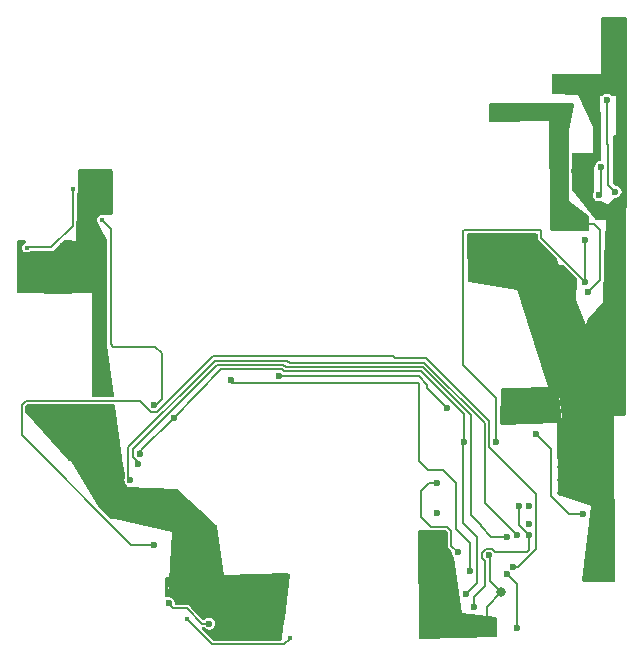
<source format=gbl>
%TF.GenerationSoftware,KiCad,Pcbnew,8.0.4*%
%TF.CreationDate,2024-09-13T22:34:42+02:00*%
%TF.ProjectId,WiiRegStripLite,57696952-6567-4537-9472-69704c697465,rev?*%
%TF.SameCoordinates,Original*%
%TF.FileFunction,Copper,L2,Bot*%
%TF.FilePolarity,Positive*%
%FSLAX46Y46*%
G04 Gerber Fmt 4.6, Leading zero omitted, Abs format (unit mm)*
G04 Created by KiCad (PCBNEW 8.0.4) date 2024-09-13 22:34:42*
%MOMM*%
%LPD*%
G01*
G04 APERTURE LIST*
%TA.AperFunction,ComponentPad*%
%ADD10C,0.500000*%
%TD*%
%TA.AperFunction,ViaPad*%
%ADD11C,0.600000*%
%TD*%
%TA.AperFunction,ViaPad*%
%ADD12C,0.500000*%
%TD*%
%TA.AperFunction,ViaPad*%
%ADD13C,0.400000*%
%TD*%
%TA.AperFunction,ViaPad*%
%ADD14C,0.800000*%
%TD*%
%TA.AperFunction,Conductor*%
%ADD15C,0.200000*%
%TD*%
%TA.AperFunction,Conductor*%
%ADD16C,0.150000*%
%TD*%
G04 APERTURE END LIST*
D10*
%TO.P,U5,25,PGND*%
%TO.N,GND*%
X183150000Y-143240000D03*
X183150000Y-144340000D03*
X183150000Y-145440000D03*
X184250000Y-143240000D03*
X184250000Y-144340000D03*
X184250000Y-145440000D03*
X185350000Y-143240000D03*
X185350000Y-144340000D03*
X185350000Y-145440000D03*
%TD*%
D11*
%TO.N,GND*%
X144810000Y-136840000D03*
D12*
X145650000Y-147210000D03*
D11*
X187060000Y-129460000D03*
X184800000Y-110900000D03*
X184800000Y-110300000D03*
X187600000Y-105500000D03*
X144850000Y-135930000D03*
X172160000Y-149690000D03*
D13*
X156970000Y-157690000D03*
D11*
X175800000Y-126960000D03*
D13*
X158590000Y-153290000D03*
D11*
X142130000Y-138870000D03*
X142500000Y-142230000D03*
D13*
X137990000Y-127620000D03*
D11*
X187600000Y-106200000D03*
X142920000Y-138880000D03*
X188500000Y-115400000D03*
X175510000Y-125340000D03*
X171520000Y-153250000D03*
X143850000Y-135910000D03*
X183810000Y-127960000D03*
X185040000Y-118120000D03*
X178670000Y-137170000D03*
D13*
X144510000Y-118350000D03*
X158590000Y-152870000D03*
X158800000Y-157680000D03*
D11*
X183830000Y-128600000D03*
X185500000Y-110300000D03*
X145150000Y-138860000D03*
D13*
X138000000Y-128190000D03*
D11*
X188000000Y-125900000D03*
X176900000Y-123870000D03*
X159301473Y-135520000D03*
X180270000Y-137230000D03*
X151860863Y-154672594D03*
X176670000Y-127000000D03*
X144940000Y-145900000D03*
D13*
X143530000Y-118360000D03*
X158330000Y-157700000D03*
X145030000Y-118890000D03*
D11*
X143820000Y-139020000D03*
X179440000Y-137250000D03*
X177090000Y-150690000D03*
X187100000Y-125100000D03*
D13*
X157890000Y-157690000D03*
D11*
X173230000Y-149700000D03*
D12*
X144960000Y-147170000D03*
D13*
X158560000Y-152450000D03*
D11*
X185500000Y-110900000D03*
X181130000Y-137230000D03*
D13*
X144060000Y-118930000D03*
D11*
X141790000Y-141590000D03*
X175760000Y-123850000D03*
D13*
X141520000Y-125330000D03*
D11*
X152600000Y-154730000D03*
X141400000Y-138920000D03*
X143900000Y-136840000D03*
X151011724Y-154550000D03*
X172380000Y-153250000D03*
X187100000Y-125800000D03*
X186900000Y-106200000D03*
X186730000Y-150170000D03*
X181800000Y-138040000D03*
X187400000Y-150170000D03*
D13*
X141480000Y-124420000D03*
D11*
X187100000Y-130700000D03*
X173551421Y-138188579D03*
X188100000Y-116000000D03*
D13*
X144070000Y-119430000D03*
D11*
X172930000Y-155990000D03*
X184350000Y-118110000D03*
D13*
X138560000Y-128190000D03*
X144520000Y-118910000D03*
D11*
X144600000Y-138320000D03*
X172930000Y-156660000D03*
X140670000Y-138960000D03*
X187080000Y-130080000D03*
X143860000Y-138330000D03*
X143210000Y-141580000D03*
D13*
X145010000Y-118350000D03*
D11*
X186040000Y-150220000D03*
D13*
X143540000Y-118940000D03*
X138600000Y-127630000D03*
D11*
X186900000Y-105500000D03*
X139920000Y-138950000D03*
D14*
X178120000Y-153830000D03*
D11*
X138130000Y-138180000D03*
X143180000Y-142260000D03*
D13*
X144520000Y-119400000D03*
D11*
X144490000Y-138990000D03*
D13*
X145010000Y-119400000D03*
D11*
X139160000Y-138950000D03*
D13*
X158590000Y-153740000D03*
X137420000Y-127630000D03*
X141490000Y-124890000D03*
D11*
X184800000Y-111500000D03*
X176920000Y-156810000D03*
D13*
X157430000Y-157690000D03*
D11*
X146490000Y-146960000D03*
D13*
X144030000Y-118350000D03*
X143560000Y-119420000D03*
D11*
X142440000Y-141550000D03*
D13*
X140970000Y-124410000D03*
X137420000Y-128190000D03*
D11*
X183800000Y-127220000D03*
%TO.N,VIN*%
X179615000Y-146480000D03*
X180450000Y-148930000D03*
X172680000Y-147140000D03*
X175830000Y-155080000D03*
%TO.N,1V35*%
X181530000Y-113430000D03*
X184800000Y-121780000D03*
X185491282Y-128388874D03*
X178240000Y-112720000D03*
X184850000Y-122600000D03*
X177470000Y-112740000D03*
X184210000Y-121320000D03*
X182150000Y-112770000D03*
X178980000Y-112700000D03*
%TO.N,3V*%
X187800000Y-119900000D03*
X187100000Y-112100000D03*
D13*
%TO.N,1V*%
X141865000Y-119648946D03*
X137990000Y-124640000D03*
%TO.N,1V08*%
X151500000Y-156080000D03*
X160250000Y-157680000D03*
D11*
%TO.N,Net-(D1-K)*%
X172730000Y-144560000D03*
X174460000Y-150440000D03*
%TO.N,Net-(U5-TS)*%
X185100000Y-147180000D03*
X181110000Y-140390000D03*
%TO.N,SDA*%
X180500000Y-148040000D03*
%TO.N,SCL*%
X180500000Y-146470000D03*
%TO.N,EN*%
X185240000Y-127520000D03*
X174965000Y-141110000D03*
X186400000Y-120200000D03*
X149977333Y-154735861D03*
X177720000Y-141110000D03*
X153430000Y-156470000D03*
X185220000Y-123960000D03*
X148740000Y-137960000D03*
X186600000Y-117800000D03*
X175160000Y-154000000D03*
X150450000Y-139020000D03*
X147530000Y-142090000D03*
D13*
X144330000Y-122300000D03*
D11*
%TO.N,RX*%
X178640000Y-149130000D03*
X147420000Y-142950000D03*
%TO.N,TX*%
X146730000Y-144300000D03*
X179470000Y-148950000D03*
%TO.N,PA1*%
X175510000Y-152052796D03*
X155260000Y-135840000D03*
%TO.N,BTN*%
X148730000Y-149820000D03*
X179170000Y-151650000D03*
%TO.N,PA4*%
X179470000Y-156810000D03*
X178640000Y-152260000D03*
%TD*%
D15*
%TO.N,GND*%
X173551421Y-138188579D02*
X171890000Y-136527158D01*
X185490000Y-150770000D02*
X186040000Y-150220000D01*
X177170000Y-152880000D02*
X177170000Y-150770000D01*
X178120000Y-153830000D02*
X176925000Y-155025000D01*
X171165685Y-135520000D02*
X159301473Y-135520000D01*
X177170000Y-150770000D02*
X177090000Y-150690000D01*
X171890000Y-136527158D02*
X171890000Y-136244315D01*
X176920000Y-156810000D02*
X176925000Y-156785000D01*
X176925000Y-155025000D02*
X176920000Y-156810000D01*
X178120000Y-153830000D02*
X177170000Y-152880000D01*
X171890000Y-136244315D02*
X171165685Y-135520000D01*
D16*
%TO.N,VIN*%
X176515000Y-150928173D02*
X176515000Y-150451827D01*
X177608173Y-150395000D02*
X180305000Y-150395000D01*
X180305000Y-150395000D02*
X180450000Y-150250000D01*
X176795000Y-151208173D02*
X176515000Y-150928173D01*
X176795000Y-153250405D02*
X176795000Y-151208173D01*
X175830000Y-154215405D02*
X176795000Y-153250405D01*
X175830000Y-155080000D02*
X175830000Y-154215405D01*
D15*
X179615000Y-146480000D02*
X179615000Y-148095000D01*
D16*
X180450000Y-150250000D02*
X180450000Y-148930000D01*
X176515000Y-150451827D02*
X176851827Y-150115000D01*
X176851827Y-150115000D02*
X177328173Y-150115000D01*
X177328173Y-150115000D02*
X177608173Y-150395000D01*
D15*
X179615000Y-148095000D02*
X180450000Y-148930000D01*
%TO.N,1V35*%
X184850000Y-122600000D02*
X185980000Y-122600000D01*
X186490000Y-127390156D02*
X185491282Y-128388874D01*
X186490000Y-123110000D02*
X186490000Y-127390156D01*
X185980000Y-122600000D02*
X186490000Y-123110000D01*
%TO.N,3V*%
X187100000Y-112100000D02*
X187100000Y-115848529D01*
X187200000Y-119300000D02*
X187800000Y-119900000D01*
X187100000Y-115848529D02*
X187200000Y-115948529D01*
X187200000Y-115948529D02*
X187200000Y-119300000D01*
%TO.N,1V*%
X141865000Y-119648946D02*
X141865000Y-122807893D01*
X141865000Y-122807893D02*
X140062893Y-124610000D01*
X140062893Y-124610000D02*
X138080000Y-124610000D01*
X138020000Y-124610000D02*
X138050000Y-124610000D01*
X138080000Y-124610000D02*
X137990000Y-124640000D01*
X137990000Y-124640000D02*
X138020000Y-124610000D01*
%TO.N,1V08*%
X154670000Y-158200000D02*
X159790000Y-158200000D01*
X153620000Y-158200000D02*
X154670000Y-158200000D01*
X151500000Y-156080000D02*
X153620000Y-158200000D01*
X159790000Y-158200000D02*
X160250000Y-157740000D01*
X160250000Y-157740000D02*
X160250000Y-157680000D01*
X160250000Y-157680000D02*
X160310000Y-157680000D01*
X160310000Y-157680000D02*
X160310000Y-157680000D01*
%TO.N,Net-(D1-K)*%
X173920000Y-149900000D02*
X173920000Y-148590000D01*
X174460000Y-150440000D02*
X173920000Y-149900000D01*
X172040000Y-144570000D02*
X172690000Y-144570000D01*
X171380000Y-145230000D02*
X172040000Y-144570000D01*
X173920000Y-148590000D02*
X173590000Y-148260000D01*
X172730000Y-144560000D02*
X172710000Y-144570000D01*
X173590000Y-148260000D02*
X172210000Y-148260000D01*
X172690000Y-144570000D02*
X172730000Y-144560000D01*
X172710000Y-144570000D02*
X172700000Y-144570000D01*
X171380000Y-147430000D02*
X171380000Y-145230000D01*
X172210000Y-148260000D02*
X171380000Y-147430000D01*
%TO.N,Net-(U5-TS)*%
X182370000Y-145640000D02*
X182370000Y-141650000D01*
X182370000Y-141650000D02*
X181110000Y-140390000D01*
X185100000Y-147180000D02*
X183910000Y-147180000D01*
X183910000Y-147180000D02*
X182370000Y-145640000D01*
%TO.N,EN*%
X147530000Y-142090000D02*
X147530000Y-141816470D01*
X147530000Y-141816470D02*
X147613235Y-141733235D01*
X181540000Y-123820000D02*
X181540000Y-123130000D01*
X175010007Y-123130000D02*
X174910000Y-123230007D01*
X154426471Y-134920000D02*
X150450000Y-139020000D01*
X171331371Y-135120000D02*
X159750000Y-135120000D01*
X174910000Y-134570000D02*
X177720000Y-137380000D01*
X185220000Y-123960000D02*
X185220000Y-127500000D01*
X186600000Y-117800000D02*
X186600000Y-120000000D01*
X148740000Y-138090000D02*
X148730000Y-138100000D01*
X174890000Y-147730000D02*
X174890000Y-147930000D01*
X145060000Y-123030000D02*
X145060000Y-132790000D01*
X186600000Y-120000000D02*
X186400000Y-120200000D01*
X145290000Y-133020000D02*
X148850000Y-133020000D01*
X176110000Y-153050000D02*
X175160000Y-154000000D01*
X150040000Y-154798528D02*
X150040000Y-154798529D01*
X174965000Y-138753629D02*
X171331371Y-135120000D01*
X174910000Y-123230007D02*
X174910000Y-134570000D01*
X185220000Y-127500000D02*
X185240000Y-127520000D01*
X150450000Y-139020000D02*
X147613235Y-141733235D01*
X148850000Y-133020000D02*
X149390000Y-133560000D01*
X149390000Y-137440000D02*
X148870000Y-137960000D01*
X174890000Y-147930000D02*
X176110000Y-149150000D01*
X174900000Y-141110000D02*
X174900000Y-147720000D01*
X177720000Y-137380000D02*
X177720000Y-141110000D01*
X148740000Y-137960000D02*
X148740000Y-138090000D01*
X149977333Y-154735861D02*
X150040000Y-154798528D01*
X151497430Y-155150000D02*
X152817430Y-156470000D01*
X150391471Y-155150000D02*
X151497430Y-155150000D01*
X144330000Y-122300000D02*
X145060000Y-123030000D01*
X148870000Y-137960000D02*
X148740000Y-137960000D01*
X174965000Y-141110000D02*
X174965000Y-138753629D01*
X159750000Y-135120000D02*
X159550000Y-134920000D01*
X145060000Y-132790000D02*
X145290000Y-133020000D01*
X174900000Y-147720000D02*
X174890000Y-147730000D01*
X149390000Y-133560000D02*
X149390000Y-137440000D01*
X159550000Y-134920000D02*
X154426471Y-134920000D01*
X174965000Y-141110000D02*
X174950000Y-141110000D01*
X174965000Y-141110000D02*
X174900000Y-141110000D01*
X181540000Y-123130000D02*
X175010007Y-123130000D01*
X185240000Y-127520000D02*
X181540000Y-123820000D01*
X176110000Y-149150000D02*
X176110000Y-153050000D01*
X152817430Y-156470000D02*
X153430000Y-156470000D01*
X150040000Y-154798529D02*
X150391471Y-155150000D01*
%TO.N,RX*%
X147440000Y-142848529D02*
X146930000Y-142338529D01*
D16*
X171486701Y-134745000D02*
X159905330Y-134745000D01*
X175540000Y-147230000D02*
X175540000Y-138798299D01*
D15*
X146930000Y-142338529D02*
X146930000Y-141700000D01*
D16*
X159705330Y-134545000D02*
X154085000Y-134545000D01*
X154085000Y-134545000D02*
X149170000Y-139460000D01*
D15*
X146930000Y-141700000D02*
X149170000Y-139460000D01*
D16*
X177290000Y-149130000D02*
X176390000Y-148230000D01*
D15*
X149170000Y-139460000D02*
X149305000Y-139325000D01*
D16*
X176390000Y-148230000D02*
X176390000Y-148080000D01*
X176390000Y-148080000D02*
X175540000Y-147230000D01*
X178640000Y-149130000D02*
X177290000Y-149130000D01*
X175540000Y-138798299D02*
X171486701Y-134745000D01*
X159905330Y-134745000D02*
X159705330Y-134545000D01*
%TO.N,TX*%
X176745000Y-139508324D02*
X171631676Y-134395000D01*
X176745000Y-146225000D02*
X176745000Y-139508324D01*
X146710000Y-144300000D02*
X146555000Y-144145000D01*
X179470000Y-148950000D02*
X176745000Y-146225000D01*
X146730000Y-144300000D02*
X146710000Y-144300000D01*
X146750000Y-144340000D02*
X146730000Y-144320000D01*
X160030000Y-134195000D02*
X153895000Y-134195000D01*
X146555000Y-144145000D02*
X146555000Y-141544670D01*
X146730000Y-144320000D02*
X146730000Y-144300000D01*
X146555000Y-141544670D02*
X153904670Y-134195000D01*
X153904670Y-134195000D02*
X154030000Y-134195000D01*
X160230000Y-134395000D02*
X160030000Y-134195000D01*
X171631676Y-134395000D02*
X160230000Y-134395000D01*
D15*
%TO.N,PA1*%
X155260000Y-135840000D02*
X155260000Y-136010000D01*
X175510000Y-152052796D02*
X175510000Y-149640000D01*
X174320000Y-144563654D02*
X174320000Y-148430000D01*
X174860000Y-148970000D02*
X174840000Y-148970000D01*
X171200000Y-142690000D02*
X171930000Y-143420000D01*
X171200000Y-136120000D02*
X171200000Y-142690000D01*
X155260000Y-136010000D02*
X155370000Y-136120000D01*
X175510000Y-149640000D02*
X174860000Y-148990000D01*
X174320000Y-148430000D02*
X174860000Y-148970000D01*
X155370000Y-136120000D02*
X171200000Y-136120000D01*
X171930000Y-143420000D02*
X173176346Y-143420000D01*
X173176346Y-143420000D02*
X174320000Y-144563654D01*
X174860000Y-148990000D02*
X174860000Y-148970000D01*
X174840000Y-148970000D02*
X174860000Y-148990000D01*
%TO.N,BTN*%
X148491471Y-138560000D02*
X148999670Y-138560000D01*
X171787006Y-134020000D02*
X169180000Y-134020000D01*
X137530000Y-137931471D02*
X137881471Y-137580000D01*
X147541471Y-137610000D02*
X148491471Y-138560000D01*
X137530000Y-140517818D02*
X137530000Y-137931471D01*
X146832182Y-149820000D02*
X137530000Y-140517818D01*
X141900000Y-137610000D02*
X147541471Y-137610000D01*
X181100000Y-145510000D02*
X177120000Y-141530000D01*
X177120000Y-139352994D02*
X171787006Y-134020000D01*
X179170000Y-151650000D02*
X179580330Y-151650000D01*
X153739670Y-133820000D02*
X154690000Y-133820000D01*
X141870000Y-137580000D02*
X141900000Y-137610000D01*
X181100000Y-150130330D02*
X181100000Y-145510000D01*
X169180000Y-134020000D02*
X168980000Y-133820000D01*
X177120000Y-141530000D02*
X177120000Y-139352994D01*
X137881471Y-137580000D02*
X141870000Y-137580000D01*
X148999670Y-138560000D02*
X153739670Y-133820000D01*
X168980000Y-133820000D02*
X153739670Y-133820000D01*
X148730000Y-149820000D02*
X146832182Y-149820000D01*
X179580330Y-151650000D02*
X181100000Y-150130330D01*
%TO.N,PA4*%
X179465000Y-153085000D02*
X179470000Y-156810000D01*
X178640000Y-152260000D02*
X179465000Y-153085000D01*
X179470000Y-156810000D02*
X179465000Y-156785000D01*
%TD*%
%TA.AperFunction,Conductor*%
%TO.N,GND*%
G36*
X160193059Y-152241869D02*
G01*
X160240290Y-152293357D01*
X160252186Y-152362207D01*
X160252037Y-152363446D01*
X159802351Y-155954698D01*
X159690098Y-156851166D01*
X159572426Y-157790907D01*
X159544565Y-157854981D01*
X159486485Y-157893820D01*
X159449387Y-157899500D01*
X153795833Y-157899500D01*
X153728794Y-157879815D01*
X153708152Y-157863181D01*
X152827152Y-156982181D01*
X152793667Y-156920858D01*
X152798651Y-156851166D01*
X152840523Y-156795233D01*
X152905987Y-156770816D01*
X152914833Y-156770500D01*
X152971499Y-156770500D01*
X153038538Y-156790185D01*
X153065211Y-156813296D01*
X153098872Y-156852143D01*
X153219947Y-156929953D01*
X153219950Y-156929954D01*
X153219949Y-156929954D01*
X153358036Y-156970499D01*
X153358038Y-156970500D01*
X153358039Y-156970500D01*
X153501962Y-156970500D01*
X153501962Y-156970499D01*
X153640053Y-156929953D01*
X153761128Y-156852143D01*
X153855377Y-156743373D01*
X153915165Y-156612457D01*
X153935647Y-156470000D01*
X153915165Y-156327543D01*
X153855377Y-156196627D01*
X153761128Y-156087857D01*
X153640053Y-156010047D01*
X153640051Y-156010046D01*
X153640049Y-156010045D01*
X153640050Y-156010045D01*
X153501963Y-155969500D01*
X153501961Y-155969500D01*
X153358039Y-155969500D01*
X153358036Y-155969500D01*
X153219949Y-156010045D01*
X153098872Y-156087857D01*
X153098871Y-156087857D01*
X153075313Y-156115044D01*
X153016533Y-156152817D01*
X152946664Y-156152815D01*
X152893921Y-156121520D01*
X151886611Y-155114210D01*
X155040000Y-155090000D01*
X154657706Y-152378837D01*
X160125493Y-152224089D01*
X160193059Y-152241869D01*
G37*
%TD.AperFunction*%
%TA.AperFunction,Conductor*%
G36*
X149886699Y-154240843D02*
G01*
X149848821Y-154251965D01*
X149778951Y-154251964D01*
X149720174Y-154214188D01*
X149691150Y-154150632D01*
X149689897Y-154134515D01*
X149671503Y-152642022D01*
X149690360Y-152574748D01*
X149742596Y-152528346D01*
X149791983Y-152516547D01*
X149997025Y-152510743D01*
X149886699Y-154240843D01*
G37*
%TD.AperFunction*%
%TD*%
%TA.AperFunction,Conductor*%
%TO.N,GND*%
G36*
X150604736Y-145038307D02*
G01*
X150670993Y-145060483D01*
X150683513Y-145070467D01*
X152648316Y-146856651D01*
X153503008Y-147633644D01*
X154026876Y-148109887D01*
X154048773Y-148145812D01*
X152090000Y-149160000D01*
X150237781Y-148735224D01*
X150237782Y-148735223D01*
X145434391Y-147633645D01*
X146990000Y-147620000D01*
X146478318Y-144883985D01*
X150604736Y-145038307D01*
G37*
%TD.AperFunction*%
%TD*%
%TA.AperFunction,Conductor*%
%TO.N,GND*%
G36*
X137855558Y-124049685D02*
G01*
X137901313Y-124102489D01*
X137911257Y-124171647D01*
X137882232Y-124235203D01*
X137844816Y-124264483D01*
X137751658Y-124311950D01*
X137751657Y-124311951D01*
X137751652Y-124311954D01*
X137661954Y-124401652D01*
X137661951Y-124401657D01*
X137604352Y-124514698D01*
X137604352Y-124514699D01*
X137584508Y-124639996D01*
X137584508Y-124640003D01*
X137604352Y-124765300D01*
X137604352Y-124765301D01*
X137604354Y-124765304D01*
X137661950Y-124878342D01*
X137661952Y-124878344D01*
X137661954Y-124878347D01*
X137751652Y-124968045D01*
X137751654Y-124968046D01*
X137751658Y-124968050D01*
X137864696Y-125025646D01*
X137864697Y-125025646D01*
X137864699Y-125025647D01*
X137989997Y-125045492D01*
X137990000Y-125045492D01*
X137990003Y-125045492D01*
X138115300Y-125025647D01*
X138115301Y-125025647D01*
X138115302Y-125025646D01*
X138115304Y-125025646D01*
X138228342Y-124968050D01*
X138228347Y-124968045D01*
X138249574Y-124946819D01*
X138310897Y-124913334D01*
X138337255Y-124910500D01*
X140102453Y-124910500D01*
X140102455Y-124910500D01*
X140178882Y-124890021D01*
X140247404Y-124850460D01*
X140303353Y-124794511D01*
X141031545Y-124066319D01*
X141092868Y-124032834D01*
X141099995Y-124032067D01*
X141090000Y-128490000D01*
X141820398Y-128490000D01*
X141797693Y-128512555D01*
X141736259Y-128545836D01*
X141708713Y-128548573D01*
X137261404Y-128491556D01*
X137194623Y-128471013D01*
X137149549Y-128417627D01*
X137138999Y-128368681D01*
X137138982Y-128366823D01*
X137107731Y-124890020D01*
X137101125Y-124155115D01*
X137120206Y-124087901D01*
X137172597Y-124041673D01*
X137225120Y-124030000D01*
X137788519Y-124030000D01*
X137855558Y-124049685D01*
G37*
%TD.AperFunction*%
%TA.AperFunction,Conductor*%
G36*
X141832148Y-124044354D02*
G01*
X141849902Y-124044702D01*
X141849901Y-124044703D01*
X141116260Y-124030318D01*
X141119226Y-124030000D01*
X141783262Y-124030000D01*
X141832148Y-124044354D01*
G37*
%TD.AperFunction*%
%TD*%
%TA.AperFunction,Conductor*%
%TO.N,GND*%
G36*
X186000000Y-117839999D02*
G01*
X186000000Y-119851090D01*
X185980315Y-119918129D01*
X185978681Y-119920311D01*
X185974622Y-119926628D01*
X185914834Y-120057543D01*
X185894353Y-120200000D01*
X185914834Y-120342456D01*
X185974622Y-120473371D01*
X185974623Y-120473373D01*
X186068872Y-120582143D01*
X186189947Y-120659953D01*
X186189950Y-120659954D01*
X186189949Y-120659954D01*
X186328036Y-120700499D01*
X186328038Y-120700500D01*
X186328039Y-120700500D01*
X186471962Y-120700500D01*
X186493516Y-120694170D01*
X186536789Y-120681465D01*
X186606657Y-120681465D01*
X186623685Y-120687854D01*
X187300000Y-121000000D01*
X187300000Y-122300000D01*
X186161414Y-122300000D01*
X186094375Y-122280315D01*
X186062780Y-122251149D01*
X184499994Y-120199992D01*
X184134241Y-119761089D01*
X184106445Y-119696986D01*
X184105500Y-119681706D01*
X184105500Y-119505050D01*
X186000000Y-117800000D01*
X186000000Y-117839999D01*
G37*
%TD.AperFunction*%
%TD*%
%TA.AperFunction,Conductor*%
%TO.N,GND*%
G36*
X188799994Y-116400594D02*
G01*
X188700538Y-126246644D01*
X188699342Y-126250569D01*
X188700000Y-125820000D01*
X186860000Y-125850000D01*
X186849567Y-126202608D01*
X186849565Y-126202607D01*
X186838393Y-126190477D01*
X186807455Y-126127831D01*
X186805807Y-126099336D01*
X187025000Y-122300000D01*
X187300000Y-122300000D01*
X187300000Y-121000000D01*
X187170588Y-120940271D01*
X187773825Y-120429839D01*
X187837717Y-120401563D01*
X187853922Y-120400500D01*
X187871962Y-120400500D01*
X187871962Y-120400499D01*
X188010053Y-120359953D01*
X188131128Y-120282143D01*
X188225377Y-120173373D01*
X188285165Y-120042457D01*
X188285878Y-120037499D01*
X188314901Y-119973943D01*
X188328520Y-119960483D01*
X188400000Y-119900000D01*
X188326618Y-119835791D01*
X188289129Y-119776832D01*
X188285535Y-119760116D01*
X188285165Y-119757542D01*
X188225377Y-119626628D01*
X188225376Y-119626626D01*
X188131128Y-119517857D01*
X188010053Y-119440047D01*
X188010051Y-119440046D01*
X188010049Y-119440045D01*
X188010050Y-119440045D01*
X187871963Y-119399500D01*
X187863184Y-119398238D01*
X187863472Y-119396234D01*
X187807553Y-119379815D01*
X187792937Y-119368819D01*
X187642345Y-119237050D01*
X187604855Y-119178090D01*
X187600000Y-119143731D01*
X187600000Y-116400000D01*
X188799997Y-116400000D01*
X188799994Y-116400594D01*
G37*
%TD.AperFunction*%
%TD*%
%TA.AperFunction,Conductor*%
%TO.N,GND*%
G36*
X188699266Y-126299961D02*
G01*
X188692666Y-130616376D01*
X188680189Y-138776190D01*
X188660402Y-138843199D01*
X188607528Y-138888873D01*
X188556189Y-138900000D01*
X187720000Y-138900000D01*
X187809176Y-152861147D01*
X187789921Y-152928311D01*
X187737410Y-152974402D01*
X187681209Y-152985875D01*
X185134365Y-152904303D01*
X185067991Y-152882483D01*
X185023949Y-152828241D01*
X185015122Y-152766418D01*
X185720000Y-146540000D01*
X183042836Y-145618512D01*
X182985853Y-145578080D01*
X182959775Y-145513260D01*
X182959198Y-145502414D01*
X182903905Y-139457049D01*
X183310000Y-139440000D01*
X183248708Y-138944699D01*
X188010000Y-137780000D01*
X185346692Y-131148287D01*
X185511812Y-130616375D01*
X185538606Y-130569593D01*
X186760000Y-129230000D01*
X186860000Y-125850000D01*
X188700000Y-125820000D01*
X188699266Y-126299961D01*
G37*
%TD.AperFunction*%
%TD*%
%TA.AperFunction,Conductor*%
%TO.N,GND*%
G36*
X145107717Y-117988307D02*
G01*
X145174477Y-118008917D01*
X145219496Y-118062349D01*
X145230000Y-118112295D01*
X145230000Y-121707142D01*
X145210315Y-121774181D01*
X145157511Y-121819936D01*
X145107148Y-121831137D01*
X144150000Y-121840000D01*
X144149998Y-121840001D01*
X144117616Y-121929437D01*
X144088705Y-121974902D01*
X144001954Y-122061652D01*
X144001951Y-122061657D01*
X143944352Y-122174698D01*
X143944352Y-122174699D01*
X143924508Y-122299996D01*
X143924508Y-122299998D01*
X143924508Y-122300000D01*
X143935192Y-122367460D01*
X143937446Y-122381689D01*
X143936227Y-122394542D01*
X143938450Y-122394408D01*
X143939999Y-122419999D01*
X144160314Y-122855564D01*
X144746150Y-124013769D01*
X144759500Y-124069735D01*
X144759500Y-128490000D01*
X141090000Y-128490000D01*
X141099995Y-124032067D01*
X141116260Y-124030318D01*
X142120000Y-124050000D01*
X142162532Y-122870685D01*
X142164802Y-122855564D01*
X142164439Y-122855517D01*
X142165500Y-122847458D01*
X142165500Y-122790632D01*
X142165581Y-122786163D01*
X142191711Y-122061652D01*
X142335629Y-118071193D01*
X142357716Y-118004910D01*
X142412134Y-117961088D01*
X142461261Y-117951678D01*
X145107717Y-117988307D01*
G37*
%TD.AperFunction*%
%TD*%
%TA.AperFunction,Conductor*%
%TO.N,GND*%
G36*
X183310000Y-139440000D02*
G01*
X182903905Y-139457049D01*
X182903904Y-139457049D01*
X182903904Y-139457048D01*
X178202118Y-139654453D01*
X178134311Y-139637598D01*
X178086382Y-139586760D01*
X178072947Y-139527798D01*
X178137336Y-136639478D01*
X178158510Y-136572896D01*
X178212320Y-136528330D01*
X178259495Y-136518257D01*
X182940000Y-136450000D01*
X183310000Y-139440000D01*
G37*
%TD.AperFunction*%
%TD*%
%TA.AperFunction,Conductor*%
%TO.N,GND*%
G36*
X154063240Y-148169549D02*
G01*
X154066250Y-148184326D01*
X154657705Y-152378837D01*
X154657706Y-152378838D01*
X155040000Y-155090000D01*
X151886611Y-155114210D01*
X151681941Y-154909540D01*
X151681939Y-154909539D01*
X151681934Y-154909535D01*
X151613425Y-154869982D01*
X151613420Y-154869979D01*
X151587943Y-154863152D01*
X151536992Y-154849500D01*
X151536990Y-154849500D01*
X150606765Y-154849500D01*
X150539726Y-154829815D01*
X150493971Y-154777011D01*
X150484027Y-154743146D01*
X150462498Y-154593404D01*
X150402710Y-154462489D01*
X150402709Y-154462487D01*
X150308461Y-154353718D01*
X150187386Y-154275908D01*
X150187384Y-154275907D01*
X150187382Y-154275906D01*
X150187383Y-154275906D01*
X150049296Y-154235361D01*
X150049294Y-154235361D01*
X149905372Y-154235361D01*
X149886699Y-154240843D01*
X150237782Y-148735224D01*
X152090000Y-149160000D01*
X154048772Y-148145813D01*
X154063240Y-148169549D01*
G37*
%TD.AperFunction*%
%TD*%
%TA.AperFunction,Conductor*%
%TO.N,GND*%
G36*
X145390334Y-137930185D02*
G01*
X145436089Y-137982989D01*
X145446235Y-138018320D01*
X146032704Y-142474564D01*
X146030435Y-142489103D01*
X145780000Y-141150000D01*
X143480574Y-141742035D01*
X143483300Y-137910500D01*
X145323295Y-137910500D01*
X145390334Y-137930185D01*
G37*
%TD.AperFunction*%
%TA.AperFunction,Conductor*%
G36*
X144759500Y-132829562D02*
G01*
X144761088Y-132835489D01*
X144765878Y-132853366D01*
X144769871Y-132877900D01*
X144769998Y-132879984D01*
X145334501Y-137169320D01*
X145323732Y-137238355D01*
X145277350Y-137290609D01*
X145211561Y-137309500D01*
X143607815Y-137309500D01*
X143540776Y-137289815D01*
X143495021Y-137237011D01*
X143483815Y-137185412D01*
X143483827Y-137169320D01*
X143490000Y-128490000D01*
X144759500Y-128490000D01*
X144759500Y-132829562D01*
G37*
%TD.AperFunction*%
%TD*%
%TA.AperFunction,Conductor*%
%TO.N,GND*%
G36*
X188743039Y-105119685D02*
G01*
X188788794Y-105172489D01*
X188800000Y-105224000D01*
X188800000Y-116399342D01*
X188799997Y-116400000D01*
X187600000Y-116400000D01*
X187600000Y-115224000D01*
X187619685Y-115156961D01*
X187672489Y-115111206D01*
X187724000Y-115100000D01*
X187900000Y-115100000D01*
X187900000Y-111800000D01*
X187900000Y-108300000D01*
X186600000Y-108300000D01*
X186600000Y-105224000D01*
X186619685Y-105156961D01*
X186672489Y-105111206D01*
X186724000Y-105100000D01*
X188676000Y-105100000D01*
X188743039Y-105119685D01*
G37*
%TD.AperFunction*%
%TD*%
%TA.AperFunction,Conductor*%
%TO.N,GND*%
G36*
X181182539Y-123450185D02*
G01*
X181228294Y-123502989D01*
X181239500Y-123554500D01*
X181239500Y-123859562D01*
X181253152Y-123910513D01*
X181259979Y-123935990D01*
X181259982Y-123935995D01*
X181299535Y-124004504D01*
X181299541Y-124004512D01*
X182722687Y-125427658D01*
X182749108Y-125466794D01*
X183009999Y-126079999D01*
X183010000Y-126080000D01*
X183343308Y-126094402D01*
X183409432Y-126116961D01*
X183425633Y-126130604D01*
X184540340Y-127245311D01*
X184573825Y-127306634D01*
X184576534Y-127338564D01*
X184499999Y-129039998D01*
X184500000Y-129040000D01*
X179200000Y-127340000D01*
X179200000Y-127350000D01*
X179476802Y-128223798D01*
X179476801Y-128223797D01*
X175431894Y-127566556D01*
X175368879Y-127536374D01*
X175332185Y-127476915D01*
X175327809Y-127446792D01*
X175323532Y-127245311D01*
X175245246Y-123557131D01*
X175263503Y-123489689D01*
X175315324Y-123442824D01*
X175369218Y-123430500D01*
X181115500Y-123430500D01*
X181182539Y-123450185D01*
G37*
%TD.AperFunction*%
%TD*%
%TA.AperFunction,Conductor*%
%TO.N,1V35*%
G36*
X184219613Y-112419685D02*
G01*
X184265368Y-112472489D01*
X184275312Y-112541647D01*
X184274741Y-112545234D01*
X184039130Y-113900000D01*
X183900000Y-114700000D01*
X183900000Y-117863568D01*
X183888795Y-117915079D01*
X183864834Y-117967545D01*
X183864834Y-117967547D01*
X183844353Y-118110000D01*
X183864834Y-118252453D01*
X183864834Y-118252455D01*
X183864835Y-118252457D01*
X183888794Y-118304921D01*
X183900000Y-118356430D01*
X183900000Y-120700000D01*
X185551324Y-121962777D01*
X185592620Y-122019136D01*
X185600000Y-122061277D01*
X185600000Y-123076000D01*
X185580315Y-123143039D01*
X185527511Y-123188794D01*
X185476000Y-123200000D01*
X182422674Y-123200000D01*
X182355635Y-123180315D01*
X182309880Y-123127511D01*
X182298681Y-123077333D01*
X182287756Y-122061277D01*
X182200000Y-113900000D01*
X182199999Y-113900000D01*
X177226431Y-113997520D01*
X177159018Y-113979154D01*
X177112237Y-113927257D01*
X177100000Y-113873544D01*
X177100000Y-112524000D01*
X177119685Y-112456961D01*
X177172489Y-112411206D01*
X177224000Y-112400000D01*
X184152574Y-112400000D01*
X184219613Y-112419685D01*
G37*
%TD.AperFunction*%
%TD*%
%TA.AperFunction,Conductor*%
%TO.N,GND*%
G36*
X184499999Y-129039999D02*
G01*
X184500000Y-129040001D01*
X185346690Y-131148287D01*
X185346692Y-131148287D01*
X188010000Y-137780000D01*
X183248708Y-138944699D01*
X182940000Y-136450000D01*
X182086647Y-136462444D01*
X179200000Y-127350000D01*
X179200000Y-127340000D01*
X184499999Y-129039999D01*
G37*
%TD.AperFunction*%
%TD*%
%TA.AperFunction,Conductor*%
%TO.N,GND*%
G36*
X141776033Y-137888391D02*
G01*
X141776161Y-137887917D01*
X141783395Y-137889855D01*
X141783815Y-137889939D01*
X141784002Y-137890016D01*
X141784011Y-137890021D01*
X141860438Y-137910500D01*
X141860440Y-137910500D01*
X143483300Y-137910500D01*
X143480574Y-141742036D01*
X141430000Y-142270000D01*
X141679893Y-142679124D01*
X141679892Y-142679123D01*
X141565874Y-142679711D01*
X141498734Y-142660372D01*
X141472771Y-142638336D01*
X137862036Y-138597538D01*
X137832046Y-138534432D01*
X137830500Y-138514915D01*
X137830500Y-138107304D01*
X137850185Y-138040265D01*
X137866819Y-138019623D01*
X137969623Y-137916819D01*
X138030946Y-137883334D01*
X138057304Y-137880500D01*
X141736361Y-137880500D01*
X141776033Y-137888391D01*
G37*
%TD.AperFunction*%
%TD*%
%TA.AperFunction,Conductor*%
%TO.N,GND*%
G36*
X172085702Y-148541460D02*
G01*
X172115029Y-148545653D01*
X172170438Y-148560500D01*
X172249562Y-148560500D01*
X172941140Y-148560500D01*
X172943895Y-148560531D01*
X173427674Y-148571281D01*
X173494257Y-148592450D01*
X173512598Y-148607569D01*
X173583181Y-148678152D01*
X173616666Y-148739475D01*
X173619500Y-148765833D01*
X173619500Y-149939562D01*
X173630348Y-149980047D01*
X173639979Y-150015990D01*
X173639980Y-150015991D01*
X173665504Y-150060200D01*
X173679540Y-150084511D01*
X173679542Y-150084513D01*
X173920604Y-150325575D01*
X173954089Y-150386898D01*
X173955661Y-150430902D01*
X173954353Y-150439999D01*
X173974834Y-150582456D01*
X174034622Y-150713371D01*
X174034625Y-150713377D01*
X174107513Y-150797494D01*
X174136538Y-150861049D01*
X174136623Y-150861652D01*
X174789999Y-155569999D01*
X174790000Y-155570000D01*
X177670826Y-155916855D01*
X177735028Y-155944411D01*
X177774143Y-156002306D01*
X177780000Y-156039965D01*
X177780000Y-157509157D01*
X177760315Y-157576196D01*
X177707511Y-157621951D01*
X177659198Y-157633116D01*
X171316241Y-157796743D01*
X171248716Y-157778794D01*
X171201615Y-157727187D01*
X171189047Y-157673719D01*
X171188741Y-157633116D01*
X171120963Y-148647740D01*
X171140141Y-148580556D01*
X171192598Y-148534404D01*
X171247713Y-148522838D01*
X172085702Y-148541460D01*
G37*
%TD.AperFunction*%
%TD*%
%TA.AperFunction,Conductor*%
%TO.N,GND*%
G36*
X146030435Y-142489103D02*
G01*
X146030435Y-142489105D01*
X146277387Y-143809583D01*
X146279500Y-143832378D01*
X146279500Y-144054663D01*
X146268294Y-144106174D01*
X146244835Y-144157541D01*
X146244834Y-144157542D01*
X146224353Y-144300000D01*
X146244834Y-144442456D01*
X146304622Y-144573371D01*
X146304623Y-144573373D01*
X146398872Y-144682143D01*
X146401253Y-144683673D01*
X146403107Y-144685812D01*
X146405577Y-144687953D01*
X146405269Y-144688308D01*
X146447008Y-144736477D01*
X146456101Y-144765193D01*
X146478317Y-144883984D01*
X146478318Y-144883985D01*
X146990000Y-147620000D01*
X145434388Y-147633645D01*
X145434380Y-147633644D01*
X145125956Y-147636349D01*
X145058747Y-147617253D01*
X145037188Y-147600035D01*
X144144242Y-146707089D01*
X144126101Y-146684044D01*
X141430000Y-142270000D01*
X145780000Y-141150000D01*
X146030435Y-142489103D01*
G37*
%TD.AperFunction*%
%TD*%
%TA.AperFunction,Conductor*%
%TO.N,GND*%
G36*
X187900000Y-111800000D02*
G01*
X187558934Y-111800000D01*
X187491895Y-111780315D01*
X187465221Y-111757203D01*
X187431128Y-111717857D01*
X187310053Y-111640047D01*
X187310051Y-111640046D01*
X187310049Y-111640045D01*
X187310050Y-111640045D01*
X187171963Y-111599500D01*
X187171961Y-111599500D01*
X187028039Y-111599500D01*
X187028036Y-111599500D01*
X186889949Y-111640045D01*
X186768873Y-111717856D01*
X186734779Y-111757203D01*
X186676001Y-111794977D01*
X186641066Y-111800000D01*
X186500000Y-111800000D01*
X186547273Y-114399998D01*
X186597889Y-117183904D01*
X186579426Y-117251290D01*
X186527462Y-117297997D01*
X186508844Y-117305135D01*
X186389949Y-117340045D01*
X186268873Y-117417856D01*
X186174623Y-117526626D01*
X186174622Y-117526628D01*
X186114834Y-117657543D01*
X186108164Y-117703939D01*
X186079138Y-117767494D01*
X186068378Y-117778459D01*
X186000000Y-117839999D01*
X186000000Y-117800000D01*
X184105500Y-119505050D01*
X184105500Y-118356430D01*
X184100803Y-118312744D01*
X184089597Y-118261235D01*
X184089596Y-118261232D01*
X184089595Y-118261227D01*
X184082674Y-118240437D01*
X184075724Y-118219555D01*
X184071445Y-118210186D01*
X184061499Y-118176315D01*
X184054502Y-118127645D01*
X184054502Y-118092354D01*
X184061499Y-118043686D01*
X184071445Y-118009815D01*
X184075724Y-118000448D01*
X184089599Y-117958759D01*
X184100804Y-117907248D01*
X184105500Y-117863568D01*
X184105500Y-116724000D01*
X184125185Y-116656961D01*
X184177989Y-116611206D01*
X184229500Y-116600000D01*
X185900000Y-116600000D01*
X185900000Y-114400001D01*
X185899999Y-114399998D01*
X184600000Y-111700000D01*
X184599999Y-111699999D01*
X182518369Y-111605380D01*
X182452293Y-111582672D01*
X182408983Y-111527845D01*
X182400000Y-111481508D01*
X182400000Y-110024000D01*
X182419685Y-109956961D01*
X182472489Y-109911206D01*
X182524000Y-109900000D01*
X186600000Y-109900000D01*
X186600000Y-108300000D01*
X187900000Y-108300000D01*
X187900000Y-111800000D01*
G37*
%TD.AperFunction*%
%TD*%
M02*

</source>
